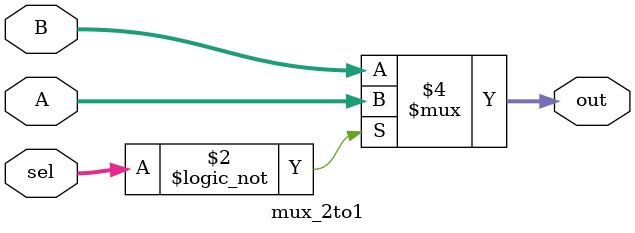
<source format=sv>

module mux_2to1 #(parameter W=8)(
   input  [W-1:0] A, B,   
	input  [1:0] sel,
	output [W-1:0] out);
   always @(A or B or sel)        
		if (sel == 1'b0)         
			out = A;      
		else         
			out = B;  
endmodule
</source>
